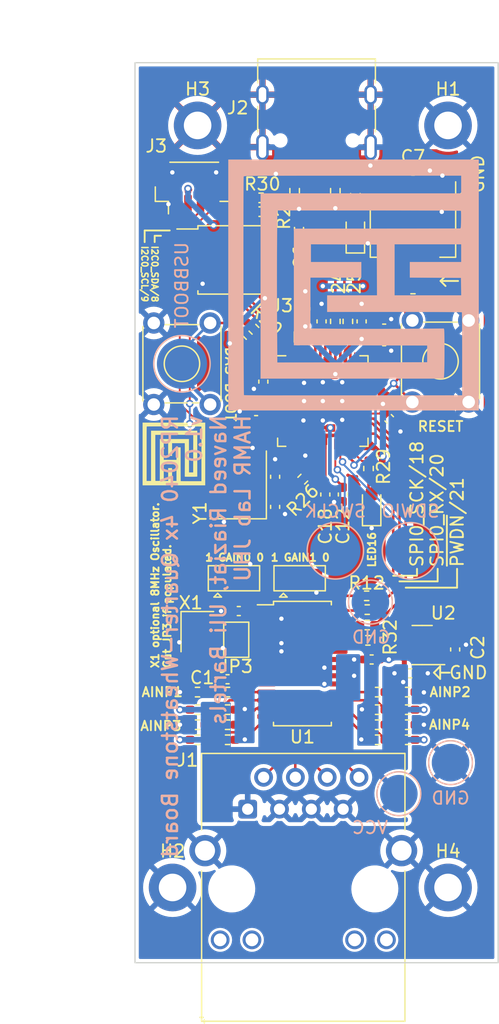
<source format=kicad_pcb>
(kicad_pcb (version 20211014) (generator pcbnew)
  (title_block (title "4x Quarter-Wheatstone Bridge Interface") (date "2022-07-21") (rev "1") (company "The Johns Hopkins University") (comment 1 "Design: Naveed Riaziat, Uli Bartels") (comment 2 "Layout: Uli Bartels"))
  (layers (0 "F.Cu" signal) (31 "B.Cu" power) (34 "B.Paste" user) (35 "F.Paste" user) (36 "B.SilkS" user "B.Silkscreen") (37 "F.SilkS" user "F.Silkscreen") (38 "B.Mask" user) (39 "F.Mask" user) (44 "Edge.Cuts" user))
  (net 0 "")
  (net 1 "GND")
  (net 2 "/CAPN")
  (net 3 "/CAPP")
  (net 4 "+3V3")
  (net 5 "Net-(C9-Pad1)")
  (net 7 "Net-(D1-Pad2)")
  (net 8 "Net-(D2-Pad2)")
  (net 9 "/QSPI_SD1")
  (net 10 "/QSPI_SD2")
  (net 11 "/QSPI_SD0")
  (net 12 "/QSPI_SCLK")
  (net 13 "/QSPI_SD3")
  (net 14 "/SPEED")
  (net 15 "+1V1")
  (net 16 "/AINP2")
  (net 17 "/AINN2")
  (net 18 "/AINP4")
  (net 19 "/AINN4")
  (net 20 "/AINN3")
  (net 21 "/AINP3")
  (net 22 "/AINN1")
  (net 23 "/AINP1")
  (net 24 "/A0")
  (net 25 "/A1")
  (net 26 "VBUS")
  (net 28 "VCC")
  (net 32 "/CC1")
  (net 33 "/SBU1")
  (net 38 "/XIN")
  (net 39 "/XOUT")
  (net 44 "/CC2")
  (net 45 "/SBU2")
  (net 46 "/GAIN1")
  (net 47 "/GAIN0")
  (net 49 "/~{PWDN}")
  (net 50 "/~{RESET}")
  (net 51 "Net-(R3-Pad2)")
  (net 54 "/USP_DP")
  (net 55 "/USP_DN")
  (net 56 "Net-(R7-Pad2)")
  (net 57 "/I2C_SDA")
  (net 58 "/USB_D+")
  (net 59 "/USB_D-")
  (net 60 "Net-(R11-Pad1)")
  (net 61 "Net-(R12-Pad1)")
  (net 62 "Net-(R13-Pad1)")
  (net 69 "/USBBOOT")
  (net 70 "/SWCLK")
  (net 71 "/SWDIO")
  (net 72 "/TX")
  (net 73 "/RX")
  (net 74 "/SDA")
  (net 75 "/SCL")
  (net 76 "/QSPI_CS")
  (net 77 "/SPI0_RX")
  (net 78 "/SPI0_SCK")
  (net 80 "/I2C_SCL")
  (net 81 "Net-(R14-Pad2)")
  (net 82 "Net-(R18-Pad2)")
  (net 83 "Net-(R29-Pad1)")
  (net 85 "Net-(JP3-Pad1)")
  (footprint "Connector_USB:USB_C_Receptacle_HRO_TYPE-C-31-M-12" (layer "F.Cu") (at 58.12875 32.225 180)
    (fp_text reference "J2")
    (fp_text value "USB_C_Receptacle_USB2.0")
  )
  (footprint "Capacitor_SMD:C_0402_1005Metric_Pad0.74x0.62mm_HandSolder" (layer "F.Cu") (at 51.9176 72.3392 180)
    (fp_text reference "C4" hide)
    (fp_text value "100N")
  )
  (footprint "LED_SMD:LED_0603_1608Metric_Pad1.05x0.95mm_HandSolder" (layer "F.Cu") (at 61.22875 42.135 90)
    (fp_text reference "D1" hide)
    (fp_text value "LED")
  )
  (footprint "Package_TO_SOT_SMD:SOT-223-3_TabPin2" (layer "F.Cu") (at 65.82875 42.225 -90)
    (fp_text reference "U4")
    (fp_text value "NCP1117-3.3_SOT223")
  )
  (footprint "NorthernLights_Footprints:RJ45_Hanrun_HR911105A" (layer "F.Cu") (at 52.62875 88.13)
    (fp_text reference "J1")
    (fp_text value "MTJ-88TX1-FSD-LH")
  )
  (footprint "Capacitor_SMD:C_0402_1005Metric_Pad0.74x0.62mm_HandSolder" (layer "F.Cu") (at 63.52875 50.825)
    (fp_text reference "C16" hide)
    (fp_text value "100N")
  )
  (footprint "Capacitor_SMD:C_0402_1005Metric_Pad0.74x0.62mm_HandSolder" (layer "F.Cu") (at 58.52875 49.2475 90)
    (fp_text reference "C19" hide)
    (fp_text value "100N")
  )
  (footprint "Capacitor_SMD:C_0402_1005Metric_Pad0.74x0.62mm_HandSolder" (layer "F.Cu") (at 65.82875 37.225)
    (fp_text reference "C7")
    (fp_text value "10uF")
  )
  (footprint "Resistor_SMD:R_0402_1005Metric_Pad0.72x0.64mm_HandSolder" (layer "F.Cu") (at 59.62875 38.825 90)
    (fp_text reference "R22" hide)
    (fp_text value "5.1k")
  )
  (footprint "Resistor_SMD:R_0402_1005Metric_Pad0.72x0.64mm_HandSolder" (layer "F.Cu") (at 65.4 80.2 180)
    (fp_text reference "R5" hide)
    (fp_text value "330R")
  )
  (footprint "MountingHole:MountingHole_2.2mm_M2_DIN965_Pad" (layer "F.Cu") (at 68.62875 94.375)
    (fp_text reference "H4")
    (fp_text value "MountingHole_Pad")
  )
  (footprint "Resistor_SMD:R_0402_1005Metric_Pad0.72x0.64mm_HandSolder" (layer "F.Cu") (at 48.61975 78.8 180)
    (fp_text reference "R4" hide)
    (fp_text value "330R")
  )
  (footprint "Oscillator:Oscillator_SMD_SeikoEpson_SG210-4Pin_2.5x2.0mm" (layer "F.Cu") (at 48.6052 73.9784 -90)
    (fp_text reference "X1")
    (fp_text value "ECS-2520MV-080-BN-TR")
  )
  (footprint "Resistor_SMD:R_0402_1005Metric_Pad0.72x0.64mm_HandSolder" (layer "F.Cu") (at 62.17625 73.45)
    (fp_text reference "R13" hide)
    (fp_text value "47R0")
  )
  (footprint "Capacitor_SMD:C_0402_1005Metric_Pad0.74x0.62mm_HandSolder" (layer "F.Cu") (at 63.52875 49.825)
    (fp_text reference "C10" hide)
    (fp_text value "10uF")
  )
  (footprint "Resistor_SMD:R_0402_1005Metric_Pad0.72x0.64mm_HandSolder" (layer "F.Cu") (at 63 81.4)
    (fp_text reference "R18" hide)
    (fp_text value "20R0")
  )
  (footprint "Resistor_SMD:R_0402_1005Metric_Pad0.72x0.64mm_HandSolder" (layer "F.Cu") (at 60.62875 49.2475 -90)
    (fp_text reference "R25")
    (fp_text value "27R4")
  )
  (footprint "Button_Switch_THT:SW_TH_Tactile_Omron_B3F-10xx" (layer "F.Cu") (at 65.77875 55.675 90)
    (fp_text reference "SW2" hide)
    (fp_text value "SW_MEC_5E")
  )
  (footprint "Capacitor_SMD:C_0402_1005Metric_Pad0.74x0.62mm_HandSolder" (layer "F.Cu") (at 62.52875 76.2)
    (fp_text reference "C3" hide)
    (fp_text value "100N")
  )
  (footprint "Resistor_SMD:R_0402_1005Metric_Pad0.72x0.64mm_HandSolder" (layer "F.Cu") (at 53.6975 39.4 180)
    (fp_text reference "R30")
    (fp_text value "10K0")
  )
  (footprint "Connector_JST:JST_SH_BM04B-SRSS-TB_1x04-1MP_P1.00mm_Vertical" (layer "F.Cu") (at 48.36 38.57)
    (fp_text reference "J3")
    (fp_text value "Conn_01x04_MountingPin")
  )
  (footprint "Package_DFN_QFN:QFN-56-1EP_7x7mm_P0.4mm_EP3.2x3.2mm" (layer "F.Cu") (at 58.62875 55.5975)
    (fp_text reference "U5")
    (fp_text value "RP2040")
  )
  (footprint "Capacitor_SMD:C_0402_1005Metric_Pad0.74x0.62mm_HandSolder" (layer "F.Cu") (at 60.22875 63.0475 -90)
    (fp_text reference "C12")
    (fp_text value "100N")
  )
  (footprint "Capacitor_SMD:C_0402_1005Metric_Pad0.74x0.62mm_HandSolder" (layer "F.Cu") (at 54.82 61.635 -90)
    (fp_text reference "C8" hide)
    (fp_text value "27P0")
  )
  (footprint "MountingHole:MountingHole_2.2mm_M2_DIN965_Pad" (layer "F.Cu") (at 68.62875 33.625)
    (fp_text reference "H1")
    (fp_text value "MountingHole_Pad")
  )
  (footprint "Button_Switch_THT:SW_TH_Tactile_Omron_B3F-10xx" (layer "F.Cu") (at 49.62875 49.375 -90)
    (fp_text reference "SW1" hide)
    (fp_text value "SW_MEC_5E")
  )
  (footprint "Resistor_SMD:R_0402_1005Metric_Pad0.72x0.64mm_HandSolder" (layer "F.Cu") (at 63 78.8)
    (fp_text reference "R7" hide)
    (fp_text value "20R0")
  )
  (footprint "Resistor_SMD:R_0402_1005Metric_Pad0.72x0.64mm_HandSolder" (layer "F.Cu") (at 63 80.2)
    (fp_text reference "R6" hide)
    (fp_text value "330R")
  )
  (footprint "Resistor_SMD:R_0402_1005Metric_Pad0.72x0.64mm_HandSolder" (layer "F.Cu") (at 65.4 82.6 180)
    (fp_text reference "R16" hide)
    (fp_text value "330R")
  )
  (footprint "Resistor_SMD:R_0402_1005Metric_Pad0.72x0.64mm_HandSolder" (layer "F.Cu") (at 51.01975 81.4 180)
    (fp_text reference "R14" hide)
    (fp_text value "20R0")
  )
  (footprint "Capacitor_SMD:C_0402_1005Metric_Pad0.74x0.62mm_HandSolder" (layer "F.Cu") (at 69.19875 75.402 90)
    (fp_text reference "C2")
    (fp_text value "10U0")
  )
  (footprint "Capacitor_SMD:C_0402_1005Metric_Pad0.74x0.62mm_HandSolder" (layer "F.Cu") (at 53.3 56.4 180)
    (fp_text reference "C15" hide)
    (fp_text value "1u")
  )
  (footprint "Capacitor_SMD:C_0402_1005Metric_Pad0.74x0.62mm_HandSolder" (layer "F.Cu") (at 57.22875 48.2475 90)
    (fp_text reference "C13" hide)
    (fp_text value "1U00")
  )
  (footprint "Resistor_SMD:R_0402_1005Metric_Pad0.72x0.64mm_HandSolder" (layer "F.Cu") (at 56.37875 38.825 -90)
    (fp_text reference "R23" hide)
    (fp_text value "5.1k")
  )
  (footprint "LOGO" (layer "F.Cu") (at 46.736 59.817)
    (fp_text reference "G***" hide)
    (fp_text value "LOGO" hide)
  )
  (footprint "Resistor_SMD:R_0402_1005Metric_Pad0.72x0.64mm_HandSolder" (layer "F.Cu") (at 52.12875 50.825 135)
    (fp_text reference "R21" hide)
    (fp_text value "DNP")
  )
  (footprint "Resistor_SMD:R_0402_1005Metric_Pad0.72x0.64mm_HandSolder" (layer "F.Cu") (at 65.82875 47.425 180)
    (fp_text reference "R27" hide)
    (fp_text value "10K0")
  )
  (footprint "Package_SO:SOIC-8_5.23x5.23mm_P1.27mm" (layer "F.Cu") (at 51.37875 44.3475)
    (fp_text reference "U3")
    (fp_text value "W25Q128JVS")
  )
  (footprint "Jumper:SolderJumper-2_P1.3mm_Bridged_Pad1.0x1.5mm" (layer "F.Cu") (at 51.7144 74.6252 -90)
    (fp_text reference "JP3")
    (fp_text value "SolderJumper_2_Bridged")
  )
  (footprint "Jumper:SolderJumper-3_P1.3mm_Bridged12_Pad1.0x1.5mm" (layer "F.Cu") (at 56.77875 69.725)
    (fp_text reference "JP1" hide)
    (fp_text value "SolderJumper_3_Bridged12")
  )
  (footprint "MountingHole:MountingHole_2.2mm_M2_DIN965_Pad" (layer "F.Cu") (at 48.62875 33.625)
    (fp_text reference "H3")
    (fp_text value "MountingHole_Pad")
  )
  (footprint "Resistor_SMD:R_0402_1005Metric_Pad0.72x0.64mm_HandSolder" (layer "F.Cu") (at 48.61975 82.6)
    (fp_text reference "R9" hide)
    (fp_text value "330R")
  )
  (footprint "Resistor_SMD:R_0402_1005Metric_Pad0.72x0.64mm_HandSolder" (layer "F.Cu") (at 62.12875 71.125)
    (fp_text reference "R12")
    (fp_text value "47R0")
  )
  (footprint "Capacitor_SMD:C_0402_1005Metric_Pad0.74x0.62mm_HandSolder" (layer "F.Cu") (at 51.01975 77.775)
    (fp_text reference "C1")
    (fp_text value "100N")
  )
  (footprint "Resistor_SMD:R_0402_1005Metric_Pad0.72x0.64mm_HandSolder" (layer "F.Cu") (at 62.27875 60.975 -90)
    (fp_text reference "R29")
    (fp_text value "330R")
  )
  (footprint "Resistor_SMD:R_0402_1005Metric_Pad0.72x0.64mm_HandSolder" (layer "F.Cu") (at 59.62875 49.2475 -90)
    (fp_text reference "R24")
    (fp_text value "27R4")
  )
  (footprint "Package_SO:TSSOP-28_4.4x9.7mm_P0.65mm" (layer "F.Cu") (at 57 76.525)
    (fp_text reference "U1")
    (fp_text value "ADS1234IPW")
  )
  (footprint "Resistor_SMD:R_0402_1005Metric_Pad0.72x0.64mm_HandSolder" (layer "F.Cu") (at 65.4 81.4)
    (fp_text reference "R19" hide)
    (fp_text value "330R")
  )
  (footprint "Capacitor_SMD:C_0402_1005Metric_Pad0.74x0.62mm_HandSolder" (layer "F.Cu") (at 63.92875 57.015 -45)
    (fp_text reference "C17" hide)
    (fp_text value "100N")
  )
  (footprint "Capacitor_SMD:C_0402_1005Metric_Pad0.74x0.62mm_HandSolder" (layer "F.Cu") (at 65.6125 77.3)
    (fp_text reference "C5" hide)
    (fp_text value "10U0")
  )
  (footprint "Resistor_SMD:R_0402_1005Metric_Pad0.72x0.64mm_HandSolder" (layer "F.Cu") (at 51.01975 80.2 180)
    (fp_text reference "R2" hide)
    (fp_text value "330R")
  )
  (footprint "Jumper:SolderJumper-3_P1.3mm_Bridged12_Pad1.0x1.5mm" (layer "F.Cu") (at 51.532 69.725)
    (fp_text reference "JP2" hide)
    (fp_text value "SolderJumper_3_Bridged12")
  )
  (footprint "LED_SMD:LED_0603_1608Metric_Pad1.05x0.95mm_HandSolder" (layer "F.Cu") (at 62.52875 63.875 90)
    (fp_text reference "D2" hide)
    (fp_text value "LED")
  )
  (footprint "Resistor_SMD:R_0402_1005Metric_Pad0.72x0.64mm_HandSolder" (layer "F.Cu") (at 61.22875 39.225 -90)
    (fp_text reference "R31" hide)
    (fp_text value "330R")
  )
  (footprint "Capacitor_SMD:C_0402_1005Metric_Pad0.74x0.62mm_HandSolder" (layer "F.Cu") (at 53.87875 54.05 -90)
    (fp_text reference "C14" hide)
    (fp_text value "100N")
  )
  (footprint "Resistor_SMD:R_0402_1005Metric_Pad0.72x0.64mm_HandSolder" (layer "F.Cu") (at 51.01975 78.8 180)
    (fp_text reference "R3" hide)
    (fp_text value "20R0")
  )
  (footprint "Resistor_SMD:R_0402_1005Metric_Pad0.72x0.64mm_HandSolder" (layer "F.Cu") (at 53.12875 49.875 -45)
    (fp_text reference "R20")
    (fp_text value "1K00")
  )
  (footprint "Resistor_SMD:R_0402_1005Metric_Pad0.72x0.64mm_HandSolder" (layer "F.Cu") (at 62.23 74.676 180)
    (fp_text reference "R32")
    (fp_text value "10K0")
  )
  (footprint "Resistor_SMD:R_0402_1005Metric_Pad0.72x0.64mm_HandSolder" (layer "F.Cu") (at 63 82.6)
    (fp_text reference "R17" hide)
    (fp_text value "330R")
  )
  (footprint "Capacitor_SMD:C_0402_1005Metric_Pad0.74x0.62mm_HandSolder" (layer "F.Cu") (at 56.72875 41.88 90)
    (fp_text reference "C6")
    (fp_text value "100N")
  )
  (footprint "Package_TO_SOT_SMD:SOT-23-5" (layer "F.Cu") (at 66.5625 75.05 180)
    (fp_text reference "U2")
    (fp_text value "TLV70245_SOT23-5")
  )
  (footprint "Crystal:Crystal_SMD_3225-4Pin_3.2x2.5mm_HandSoldering" (layer "F.Cu") (at 51.87 62.285 90)
    (fp_text reference "Y1")
    (fp_text value "Crystal_GND24")
  )
  (footprint "Resistor_SMD:R_0402_1005Metric_Pad0.72x0.64mm_HandSolder" (layer "F.Cu") (at 65.4 78.8)
    (fp_text reference "R8" hide)
    (fp_text value "330R")
  )
  (footprint "MountingHole:MountingHole_2.2mm_M2_DIN965_Pad" (layer "F.Cu") (at 46.62875 94.375)
    (fp_text reference "H2")
    (fp_text value "MountingHole_Pad")
  )
  (footprint "Resistor_SMD:R_0402_1005Metric_Pad0.72x0.64mm_HandSolder" (layer "F.Cu") (at 48.61975 80.2)
    (fp_text reference "R1" hide)
    (fp_text value "330R")
  )
  (footprint "Capacitor_SMD:C_0402_1005Metric_Pad0.74x0.62mm_HandSolder" (layer "F.Cu") (at 54.82 64.035 -90)
    (fp_text reference "C9" hide)
    (fp_text value "27P0")
  )
  (footprint "Resistor_SMD:R_0402_1005Metric_Pad0.72x0.64mm_HandSolder" (layer "F.Cu") (at 53.7 40.5 180)
    (fp_text reference "R28")
    (fp_text value "10K0")
  )
  (footprint "Resistor_SMD:R_0402_1005Metric_Pad0.72x0.64mm_HandSolder" (layer "F.Cu") (at 51.01975 82.6 180)
    (fp_text reference "R10" hide)
    (fp_text value "330R")
  )
  (footprint "Resistor_SMD:R_0402_1005Metric_Pad0.72x0.64mm_HandSolder" (layer "F.Cu") (at 57.02875 61.825 45)
    (fp_text reference "R26")
    (fp_text value "1K00")
  )
  (footprint "Capacitor_SMD:C_0402_1005Metric_Pad0.74x0.62mm_HandSolder" (layer "F.Cu") (at 61.72875 49.2475 90)
    (fp_text reference "C11" hide)
    (fp_text value "100N")
  )
  (footprint "Capacitor_SMD:C_0402_1005Metric_Pad0.74x0.62mm_HandSolder" (layer "F.Cu") (at 58.82875 63.0475 -90)
    (fp_text reference "C18")
    (fp_text value "100N")
  )
  (footprint "Resistor_SMD:R_0402_1005Metric_Pad0.72x0.64mm_HandSolder" (layer "F.Cu") (at 48.61975 81.4 180)
    (fp_text reference "R15" hide)
    (fp_text value "330R")
  )
  (footprint "Resistor_SMD:R_0402_1005Metric_Pad0.72x0.64mm_HandSolder" (layer "F.Cu") (at 62.17625 72.225)
    (fp_text reference "R11" hide)
    (fp_text value "47R0")
  )
  (footprint "TestPoint:TestPoint_Pad_D4.0mm" (layer "B.Cu") (at 59.62875 67.535 180)
    (fp_text reference "TP5" hide)
    (fp_text value "TestPoint")
  )
  (footprint "TestPoint:TestPoint_Pad_D3.0mm" (layer "B.Cu") (at 62.42875 71.625 180)
    (fp_text reference "TP4" hide)
    (fp_text value "TestPoint")
  )
  (footprint "TestPoint:TestPoint_Pad_D3.0mm" (layer "B.Cu") (at 64.7 86.9 180)
    (fp_text reference "TP1" hide)
    (fp_text value "TestPoint")
  )
  (footprint "TestPoint:TestPoint_Pad_D4.0mm" (layer "B.Cu") (at 65.62875 67.535 180)
    (fp_text reference "TP6" hide)
    (fp_text value "TestPoint")
  )
  (footprint "LOGO" (layer "B.Cu") (at 61.081 46.347 -90)
    (fp_text reference "G***" hide)
    (fp_text value "LOGO" hide)
  )
  (footprint "TestPoint:TestPoint_Pad_D4.0mm" (layer "B.Cu") (at 47.37875 52.625 180)
    (fp_text reference "TP3" hide)
    (fp_text value "TestPoint")
  )
  (footprint "TestPoint:TestPoint_Pad_D3.0mm" (layer "B.Cu") (at 68.82875 84.425 180)
    (fp_text reference "TP2" hide)
    (fp_text value "TestPoint")
  )
  (gr_line (start 70 39.25) (end 70.75 39.25) (layer "F.SilkS") (width 0.15))
  (gr_line (start 69.42875 46.025) (end 68.02875 46.025) (layer "F.SilkS") (width 0.15))
  (gr_line (start 67.8 69.973) (end 64.75 69.973) (layer "F.SilkS") (width 0.15))
  (gr_line (start 69.35 70.473) (end 65.25 70.473) (layer "F.SilkS") (width 0.15))
  (gr_line (start 67.8 68.973) (end 67.8 69.973) (layer "F.SilkS") (width 0.15))
  (gr_line (start 70 38.75) (end 70 39.75) (layer "F.SilkS") (width 0.15))
  (gr_line (start 69.5 39.25) (end 70 38.75) (layer "F.SilkS") (width 0.15))
  (gr_line (start 68.42875 45.625) (end 68.02875 46.025) (layer "F.SilkS") (width 0.15))
  (gr_line (start 44.4 42.926) (end 44.4 42) (layer "F.SilkS") (width 0.15))
  (gr_line (start 70 39.75) (end 69.5 39.25) (layer "F.SilkS") (width 0.15))
  (gr_line (start 68.42875 46.425) (end 68.02875 46.025) (layer "F.SilkS") (width 0.15))
  (gr_line (start 66.15 69.523) (end 64.25 69.523) (layer "F.SilkS") (width 0.15))
  (gr_line (start 45.2 42.922) (end 45.2 42.422) (layer "F.SilkS") (width 0.15))
  (gr_line (start 45.2 42.422) (end 45.7 42.422) (layer "F.SilkS") (width 0.15))
  (gr_line (start 68 77.75) (end 67.5 77.25) (layer "F.SilkS") (width 0.15))
  (gr_line (start 67.5 77.25) (end 68 76.75) (layer "F.SilkS") (width 0.15))
  (gr_line (start 69.35 68.973) (end 69.35 70.473) (layer "F.SilkS") (width 0.15))
  (gr_line (start 68 76.75) (end 68 77.75) (layer "F.SilkS") (width 0.15))
  (gr_line (start 44.4 42) (end 46.4 42) (layer "F.SilkS") (width 0.15))
  (gr_line (start 66.15 68.973) (end 66.15 69.523) (layer "F.SilkS") (width 0.15))
  (gr_line (start 68 77.25) (end 68.75 77.25) (layer "F.SilkS") (width 0.15))
  (gr_rect (start 43.62875 28.625) (end 72.62875 100.375) (layer "Edge.Cuts") (width 0.1) (fill none))
  (gr_text "USBBOOT" (at 47.371 46.355 90) (layer "B.SilkS") (effects (font (size 1 1)) (justify mirror)))
  (gr_text "GND" (at 62.484 74.422) (layer "B.SilkS") (effects (font (size 1 1)) (justify mirror)))
  (gr_text "SDWIO" (at 65.62875 64.375) (layer "B.SilkS") (effects (font (size 1 1)) (justify mirror)))
  (gr_text "RP2040 4x Quarter-Wheatstone Board\nv1.0\nNaveed Riaziat, Uli Bartels\nHAMR Lab JHU" (at 49.331 56.597 90) (layer "B.SilkS") (effects (font (size 1.2 1.2) (thickness 0.2)) (justify left mirror)))
  (gr_text "SWCLK" (at 59.62875 64.375) (layer "B.SilkS") (effects (font (size 1 1)) (justify mirror)))
  (gr_text "GND" (at 68.834 87.249) (layer "B.SilkS") (effects (font (size 1 1)) (justify mirror)))
  (gr_text "VCC" (at 62.4 89.6) (layer "B.SilkS") (effects (font (size 1 1)) (justify mirror)))
  (gr_text "1 GAIN1 0" (at 56.82875 68.072) (layer "F.SilkS") (effects (font (size 0.6 0.6))))
  (gr_text "SPI0_SCK/18\nSPI0_RX/20\n~{PWDN}/21\n" (at 67.75 68.923 90) (layer "F.SilkS") (effects (font (size 1 1)) (justify left)))
  (gr_text "DAS BOOT" (at 51.25 54.25 270) (layer "F.SilkS") (effects (font (size 0.8 0.8))))
  (gr_text "GND" (at 71 37.5 90) (layer "F.SilkS") (effects (font (size 1 1))))
  (gr_text "P3V3" (at 70.42875 46.225 90) (layer "F.SilkS") (effects (font (size 1 1))))
  (gr_text "AINP2" (at 68.8 78.8) (layer "F.SilkS") (effects (font (size 0.75 0.75))))
  (gr_text "AINP3" (at 45.7 81.5) (layer "F.SilkS") (effects (font (size 0.75 0.75))))
  (gr_text "GND" (at 70.25 77.25) (layer "F.SilkS") (effects (font (size 1 1))))
  (gr_text "X1 optional 8MHz Oscillator.\nCut JP3 if populated." (at 45.72 76.962 90) (layer "F.SilkS") (effects (font (size 0.6 0.6)) (justify left)))
  (gr_text "AINP4" (at 68.75 81.4) (layer "F.SilkS") (effects (font (size 0.75 0.75))))
  (gr_text "AINP1" (at 45.8 78.8) (layer "F.SilkS") (effects (font (size 0.75 0.75))))
  (gr_text "LED16\n\n" (at 63.031 67.447 90) (layer "F.SilkS") (effects (font (size 0.6 0.6))))
  (gr_text "1 GAIN0 0" (at 51.582 68.072) (layer "F.SilkS") (effects (font (size 0.6 0.6))))
  (gr_text "I2C0_SDA/8\nI2C0_SCL/9\n" (at 44.8 45.466 270) (layer "F.SilkS") (effects (font (size 0.5 0.5) (thickness 0.125))))
  (gr_text "RESET" (at 68.02875 57.625) (layer "F.SilkS") (effects (font (size 0.8 0.8))))
  (segment (start 62.22875 43.025) (end 61.24375 43.025) (width 0.15) (layer "F.Cu") (net 1))
  (segment (start 62.42875 36.825) (end 61.62875 36.825) (width 0.3) (layer "F.Cu") (net 1))
  (segment (start 58.1152 70.01145) (end 58.07875 69.975) (width 0.3) (layer "F.Cu") (net 1))
  (segment (start 52.00875 56.4) (end 51.99125 56.4175) (width 0.3) (layer "F.Cu") (net 1))
  (segment (start 67.17875 37.225) (end 66.39625 37.225) (width 0.15) (layer "F.Cu") (net 1))
  (segment (start 61.72875 47.8475) (end 61.72875 48.68) (width 0.2) (layer "F.Cu") (net 1))
  (segment (start 61.75 80.175) (end 62.405 80.175) (width 0.15) (layer "F.Cu") (net 1))
  (segment (start 60.12875 63.615) (end 59.56125 63.615) (width 0.2) (layer "F.Cu") (net 1))
  (segment (start 62.42875 35.375) (end 62.44875 35.355) (width 0.15) (layer "F.Cu") (net 1))
  (segment (start 63.90375 76.2) (end 63.09625 76.2) (width 0.2) (layer "F.Cu") (net 1))
  (segment (start 51.704 75.2856) (end 51.7144 75.2752) (width 0.2) (layer "F.Cu") (net 1))
  (segment (start 57.22875 59.9475) (end 57.62875 59.5475) (width 0.2) (layer "F.Cu") (net 1))
  (segment (start 48.02225 78.8) (end 47.21975 78.8) (width 0.2) (layer "F.Cu") (net 1))
  (segment (start 51.16 37.37) (end 50.11 37.37) (width 0.15) (layer "F.Cu") (net 1))
  (segment (start 55.3212 72.9488) (end 54.1387 72.9488) (width 0.2) (layer "F.Cu") (net 1))
  (segment (start 52.395569 80.150819) (end 52.371388 80.175) (width 0.15) (layer "F.Cu") (net 1))
  (segment (start 59.94125 78.15) (end 58.75375 78.15) (width 0.15) (layer "F.Cu") (net 1))
  (segment (start 50.72 63.735) (end 50.72 65.22625) (width 0.4) (layer "F.Cu") (net 1))
  (segment (start 50.72 65.22625) (end 50.72875 65.235) (width 0.4) (layer "F.Cu") (net 1))
  (segment (start 66.7 81.4) (end 65.94625 81.4) (width 0.2) (layer "F.Cu") (net 1))
  (segment (start 55.60625 64.6025) (end 55.60875 64.605) (width 0.15) (layer "F.Cu") (net 1))
  (segment (start 51.596 82.575) (end 52.3985 82.575) (width 0.2) (layer "F.Cu") (net 1))
  (segment (start 57.22875 46.8475) (end 57.22875 47.68) (width 0.2) (layer "F.Cu") (net 1))
  (segment (start 54.1387 72.9488) (end 54.1375 72.95) (width 0.2) (layer "F.Cu") (net 1))
  (segment (start 52.371388 80.175) (end 51.396 80.175) (width 0.2) (layer "F.Cu") (net 1))
  (segment (start 46.3 39.9) (end 46.305 39.895) (width 0.15) (layer "F.Cu") (net 1))
  (segment (start 59.62875 39.4225) (end 59.62875 40.225) (width 0.15) (layer "F.Cu") (net 1))
  (segment (start 53.12375 54.625) (end 53.87125 54.625) (width 0.2) (layer "F.Cu") (net 1))
  (segment (start 66.7 78.825) (end 65.95 78.825) (width 0.15) (layer "F.Cu") (net 1))
  (segment (start 64.09625 50.825) (end 64.09625 51.5775) (width 0.2) (layer "F.Cu") (net 1))
  (segment (start 64.230033 57.426283) (end 64.82875 58.025) (width 0.2) (layer "F.Cu") (net 1))
  (segment (start 58.86125 63.6475) (end 58.82875 63.615) (width 0.2) (layer "F.Cu") (net 1))
  (segment (start 53.02 59.335) (end 53.02 60.835) (width 0.4) (layer "F.Cu") (net 1))
  (segment (start 54.87875 36.27) (end 54.87875 37.485) (width 0.45) (layer "F.Cu") (net 1))
  (segment (start 61.7 82.575) (end 62.405 82.575) (width 0.2) (layer "F.Cu") (net 1))
  (segment (start 62.42875 36.825) (end 62.42875 35.375) (width 0.3) (layer "F.Cu") (net 1))
  (segment (start 59.94125 76.85) (end 58.75375 76.85) (width 0.15) (layer "F.Cu") (net 1))
  (segment (start 49.02375 46.2525) (end 49.02875 46.2475) (width 0.2) (layer "F.Cu") (net 1))
  (segment (start 50.5016 72.3392) (end 51.3016 72.3392) (width 0.2) (layer "F.Cu") (net 1))
  (segment (start 58.1152 70.866) (end 58.1152 70.01145) (width 0.3) (layer "F.Cu") (net 1))
  (segment (start 67.7325 75.0175) (end 67.7 75.05) (width 0.15) (layer "F.Cu") (net 1))
  (segment (start 53.87125 54.625) (end 53.87875 54.6175) (width 0.2) (layer "F.Cu") (net 1))
  (segment (start 47.21975 81.4) (end 47.24475 81.375) (width 0.15) (layer "F.Cu") (net 1))
  (segment (start 45.56 37.37) (end 46.61 37.37) (width 0.15) (layer "F.Cu") (net 1))
  (segment (start 61.24375 43.025) (end 61.22875 43.01) (width 0.15) (layer "F.Cu") (net 1))
  (segment (start 54.82 61.0675) (end 53.2525 61.0675) (width 0.2) (layer "F.Cu") (net 1))
  (segment (start 52.79125 56.4) (end 52.00875 56.4) (width 0.3) (layer "F.Cu") (net 1))
  (segment (start 56.37875 39.4225) (end 56.37875 39.93) (width 0.15) (layer "F.Cu") (net 1))
  (segment (start 47.77875 46.2525) (end 49.02375 46.2525) (width 0.2) (layer "F.Cu") (net 1))
  (segment (start 70.0625 75.021) (end 70.059 75.0175) (width 0.5) (layer "F.Cu") (net 1))
  (segment (start 68.17875 39.025) (end 68.12875 39.075) (width 0.2) (layer "F.Cu") (net 1))
  (segment (start 52.832 68.5965) (end 52.832 69.725) (width 0.4) (layer "F.Cu") (net 1))
  (segment (start 50.6476 75.2856) (end 51.704 75.2856) (width 0.2) (layer "F.Cu") (net 1))
  (segment (start 57.62875 59.5475) (end 57.62875 59.035) (width 0.2) (layer "F.Cu") (net 1))
  (segment (start 59.52875 63.6475) (end 58.86125 63.6475) (width 0.2) (layer "F.Cu") (net 1))
  (segment (start 59.56125 63.615) (end 59.52875 63.6475) (width 0.2) (layer "F.Cu") (net 1))
  (segment (start 68.17875 37.625) (end 68.17875 39.025) (width 0.5) (layer "F.Cu") (net 1))
  (segment (start 68.12875 39.075) (end 68.12875 40.515) (width 0.5) (layer "F.Cu") (net 1))
  (segment (start 46.305 39.895) (end 46.86 39.895) (width 0.15) (layer "F.Cu") (net 1))
  (segment (start 47.9552 74.8284) (end 47.1678 74.8284) (width 0.2) (layer "F.Cu") (net 1))
  (segment (start 58.52875 47.8475) (end 58.52875 48.68) (width 0.2) (layer "F.Cu") (net 1))
  (segment (start 64.09625 49.0725) (end 64.08875 49.065) (width 0.2) (layer "F.Cu") (net 1))
  (segment (start 54.82 64.6025) (end 55.60625 64.6025) (width 0.15) (layer "F.Cu") (net 1))
  (segment (start 47.24475 81.375) (end 47.82225 81.375) (width 0.2) (layer "F.Cu") (net 1))
  (segment (start 54.21625 74.9) (end 55.3212 74.9) (width 0.15) (layer "F.Cu") (net 1))
  (segment (start 66.18 77.3) (end 67.0125 77.3) (width 0.4) (layer "F.Cu") (net 1))
  (segment (start 54.82 60.235) (end 54.82 61.185) (width 0.2) (layer "F.Cu") (net 1))
  (segment (start 64.09625 49.825) (end 64.09625 49.0725) (width 0.2) (layer "F.Cu") (net 1))
  (segment (start 56.72875 41.3125) (end 56.72875 40.28) (width 0.15) (layer "F.Cu") (net 1))
  (segment (start 62.52875 65.725) (end 62.52875 65.125) (width 0.15) (layer "F.Cu") (net 1))
  (segment (start 55.3212 75.55) (end 54.21625 75.55) (width 0.15) (layer "F.Cu") (net 1))
  (segment (start 56.37875 39.93) (end 56.72875 40.28) (width 0.15) (layer "F.Cu") (net 1))
  (segment (start 64.09625 51.5775) (end 64.08875 51.585) (width 0.2) (layer "F.Cu") (net 1))
  (segment (start 70.059 75.0175) (end 67.7325 75.0175) (width 0.5) (layer "F.Cu") (net 1))
  (via (at 50.11 37.37) (size 0.6) (drill 0.35) (layers "F.Cu" "B.Cu") (net 1))
  (via (at 61.7 82.575) (size 0.6) (drill 0.35) (layers "F.Cu" "B.Cu") (net 1))
  (via (at 60.17875 54.0975) (size 0.6) (drill 0.35) (layers "F.Cu" "B.Cu") (net 1))
  (via (at 51.99125 56.4175) (size 0.6) (drill 0.35) (layers "F.Cu" "B.Cu") (net 1))
  (via (at 58.75375 76.85) (size 0.6) (drill 0.35) (layers "F.Cu" "B.Cu") (net 1))
  (via (at 52.3985 82.575) (size 0.6) (drill 0.35) (layers "F.Cu" "B.Cu") (net 1))
  (via (at 57.12875 55.5975) (size 0.6) (drill 0.35) (layers "F.Cu" "B.Cu") (net 1))
  (via (at 54.82 60.235) (size 0.6) (drill 0.35) (layers "F.Cu" "B.Cu") (net 1))
  (via (at 68.17875 37.625) (size 0.6) (drill 0.35) (layers "F.Cu" "B.Cu") (net 1))
  (via (at 57.22875 59.9475) (size 0.6) (drill 0.35) (layers "F.Cu" "B.Cu") (net 1))
  (via (at 62.22875 43.025) (size 0.6) (drill 0.35) (layers "F.Cu" "B.Cu") (net 1))
  (via (at 70.0625 75.021) (size 0.6) (drill 0.35) (layers "F.Cu" "B.Cu") (net 1))
  (via (at 59.52875 63.6475) (size 0.6) (drill 0.35) (layers "F.Cu" "B.Cu") (net 1))
  (via (at 58.62875 55.5975) (size 0.6) (drill 0.35) (layers "F.Cu" "B.Cu") (net 1))
  (via (at 64.08875 49.065) (size 0.6) (drill 0.35) (layers "F.Cu" "B.Cu") (net 1))
  (via (at 60.17875 55.5975) (size 0.6) (drill 0.35) (layers "F.Cu" "B.Cu") (net 1))
  (via (at 62.52875 65.725) (size 0.6) (drill 0.35) (layers "F.Cu" "B.Cu") (net 1))
  (via (at 52.395569 80.150819) (size 0.6) (drill 0.35) (layers "F.Cu" "B.Cu") (net 1))
  (via (at 52.832 68.5965) (size 0.6) (drill 0.35) (layers "F.Cu" "B.Cu") (net 1))
  (via (at 50.72875 65.235) (size 0.6) (drill 0.35) (layers "F.Cu" "B.Cu") (net 1))
  (via (at 57.12875 54.1475) (size 0.6) (drill 0.35) (layers "F.Cu" "B.Cu") (net 1))
  (via (at 58.75375 78.15) (size 0.6) (drill 0.35) (layers "F.Cu" "B.Cu") (net 1))
  (via (at 68.12875 40.515) (size 0.6) (drill 0.35) (layers "F.Cu" "B.Cu") (net 1))
  (via (at 67.17875 37.225) (size 0.6) (drill 0.35) (layers "F.Cu" "B.Cu") (net 1))
  (via (at 67.0125 77.3) (size 0.6) (drill 0.35) (layers "F.Cu" "B.Cu") (net 1))
  (via (at 47.1678 74.8284) (size 0.6) (drill 0.35) (layers "F.Cu" "B.Cu") (net 1))
  (via (at 62.42875 36.825) (size 0.6) (drill 0.35) (layers "F.Cu" "B.Cu") (net 1))
  (via (at 57.22875 46.8475) (size 0.6) (drill 0.35) (layers "F.Cu" "B.Cu") (net 1))
  (via (at 54.87875 37.485) (size 0.6) (drill 0.35) (layers "F.Cu" "B.Cu") (net 1))
  (via (at 55.3212 75.55) (size 0.6) (drill 0.35) (layers "F.Cu" "B.Cu") (net 1))
  (via (at 55.60875 64.605) (size 0.6) (drill 0.35) (layers "F.Cu" "B.Cu") (net 1))
  (via (at 64.08875 51.585) (size 0.6) (drill 0.35) (layers "F.Cu" "B.Cu") (net 1))
  (via (at 58.52875 47.8475) (size 0.6) (drill 0.35) (layers "F.Cu" "B.Cu") (net 1))
  (via (at 46.3 39.9) (size 0.6) (drill 0.35) (layers "F.Cu" "B.Cu") (net 1))
  (via (at 47.21975 81.4) (size 0.6) (drill 0.35) (layers "F.Cu" "B.Cu") (net 1))
  (via (at 55.3212 74.9) (size 0.6) (drill 0.35) (layers "F.Cu" "B.Cu") (net 1))
  (via (at 58.62875 54.0975) (size 0.6) (drill 0.35) (layers "F.Cu" "B.Cu") (net 1))
  (via (at 60.17875 57.0975) (size 0.6) (drill 0.35) (layers "F.Cu" "B.Cu") (net 1))
  (via (at 61.75 80.175) (size 0.6) (drill 0.35) (layers "F.Cu" "B.Cu") (net 1))
  (via (at 46.61 37.37) (size 0.6) (drill 0.35) (layers "F.Cu" "B.Cu") (net 1))
  (via (at 57.07875 57.1475) (size 0.6) (drill 0.35) (layers "F.Cu" "B.Cu") (net 1))
  (via (at 59.62875 40.225) (size 0.6) (drill 0.35) (layers "F.Cu" "B.Cu") (net 1))
  (via (at 66.7 78.825) (size 0.6) (drill 0.35) (layers "F.Cu" "B.Cu") (net 1))
  (via (at 49.02875 46.2475) (size 0.6) (drill 0.35) (layers "F.Cu" "B.Cu") (net 1))
  (via (at 63.90375 76.2) (size 0.6) (drill 0.35) (layers "F.Cu" "B.Cu") (net 1))
  (via (at 53.02 59.335) (size 0.6) (drill 0.35) (layers "F.Cu" "B.Cu") (net 1))
  (via (at 64.82875 58.025) (size 0.6) (drill 0.35) (layers "F.Cu" "B.Cu") (net 1))
  (via (at 50.5016 72.3392) (size 0.6) (drill 0.35) (layers "F.Cu" "B.Cu") (net 1))
  (via (at 55.3212 72.9488) (size 0.6) (drill 0.35) (layers "F.Cu" "B.Cu") (net 1))
  (via (at 61.72875 47.8475) (size 0.6) (drill 0.35) (layers "F.Cu" "B.Cu") (net 1))
  (via (at 58.62875 57.1475) (size 0.6) (drill 0.35) (layers "F.Cu" "B.Cu") (net 1))
  (via (at 56.72875 40.28) (size 0.6) (drill 0.35) (layers "F.Cu" "B.Cu") (net 1))
  (via (at 66.7 81.4) (size 0.6) (drill 0.35) (layers "F.Cu" "B.Cu") (net 1))
  (via (at 47.21975 78.8) (size 0.6) (drill 0.35) (layers "F.Cu" "B.Cu") (net 1))
  (via (at 50.6476 75.2856) (size 0.6) (drill 0.35) (layers "F.Cu" "B.Cu") (net 1))
  (via (at 58.1152 70.866) (size 0.6) (drill 0.35) (layers "F.Cu" "B.Cu") (net 1))
  (via (at 53.12375 54.625) (size 0.6) (drill 0.35) (layers "F.Cu" "B.Cu") (net 1))
  (segment (start 51.566 77.775) (end 51.941 78.15) (width 0.2) (layer "F.Cu") (net 2))
  (segment (start 51.941 78.15) (end 54.21625 78.15) (width 0.2) (layer "F.Cu") (net 2))
  (segment (start 54.21625 77.5) (end 52.8874 77.5) (width 0.2) (layer "F.Cu") (net 3))
  (segment (start 52.8874 77.5) (end 52.52788 77.14048) (width 0.2) (layer "F.Cu") (net 3))
  (segment (start 51.08677 77.14048) (end 50.45225 77.775) (width 0.2) (layer "F.Cu") (net 3))
  (segment (start 52.52788 77.14048) (end 51.08677 77.14048) (width 0.2) (layer "F.Cu") (net 3))
  (segment (start 47.86 38.66) (end 47.86 39.895) (width 0.15) (layer "F.Cu") (net 4))
  (segment (start 63.42875 56.515) (end 63.527467 56.613717) (width 0.5) (layer "F.Cu") (net 4))
  (segment (start 58.52875 50.3475) (end 59.02875 50.8475) (width 0.2) (layer "F.Cu") (net 4))
  (segment (start 57.96923 47.10702) (end 58.62875 46.4475) (width 0.2) (layer "F.Cu") (net 4))
  (segment (start 58.82875 59.035) (end 58.82875 62.48) (width 0.2) (layer "F.Cu") (net 4))
  (segment (start 58.52875 49.815) (end 57.96923 49.25548) (width 0.2) (layer "F.Cu") (net 4))
  (segment (start 64.87875 45.685) (end 62.57875 45.685) (width 0.45) (layer "F.Cu") (net 4))
  (segment (start 55.19125 56.5975) (end 54.17375 56.5975) (width 0.2) (layer "F.Cu") (net 4))
  (segment (start 62.06625 56.5975) (end 63.43875 56.5975) (width 0.15) (layer "F.Cu") (net 4))
  (segment (start 57.96923 49.25548) (end 57.96923 47.10702) (width 0.2) (layer "F.Cu") (net 4))
  (segment (start 56.62875 42.4475) (end 54.98375 42.4475) (width 0.4) (layer "F.Cu") (net 4))
  (segment (start 63.42875 55.825) (end 63.42875 56.515) (width 0.5) (layer "F.Cu") (net 4))
  (segment (start 58.52875 49.815) (end 58.52875 50.3475) (width 0.2) (layer "F.Cu") (net 4))
  (segment (start 65.82875 39.075) (end 65.82875 45.375) (width 0.9) (layer "F.Cu") (net 4))
  (segment (start 63.43875 56.5975) (end 63.44125 56.595) (width 0.15) (layer "F.Cu") (net 4))
  (segment (start 58.82875 51.2475) (end 59.02875 51.0475) (width 0.2) (layer "F.Cu") (net 4))
  (segment (start 58.82875 52.16) (end 58.82875 51.2475) (width 0.2) (layer "F.Cu") (net 4))
  (segment (start 54.21625 72.3) (end 52.65375 72.3) (width 0.2) (layer "F.Cu") (net 4))
  (segment (start 59.22875 51.2475) (end 59.02875 51.0475) (width 0.2) (layer "F.Cu") (net 4))
  (segment (start 56.72875 42.4475) (end 56.62875 42.4475) (width 0.2) (layer "F.Cu") (net 4))
  (segment (start 62.57875 45.685) (end 61.82875 46.435) (width 0.45) (layer "F.Cu") (net 4))
  (segment (start 59.02875 50.8475) (end 59.02875 51.0475) (width 0.2) (layer "F.Cu") (net 4))
  (segment (start 59.22875 52.16) (end 59.22875 51.2475) (width 0.2) (layer "F.Cu") (net 4))
  (segment (start 54.98375 42.4475) (end 54.97875 42.4425) (width 0.2) (layer "F.Cu") (net 4))
  (via (at 51.2 51) (size 0.6) (drill 0.35) (layers "F.Cu" "B.Cu") (net 4))
  (via (at 54 47.4) (size 0.6) (drill 0.35) (layers "F.Cu" "B.Cu") (net 4))
  (via (at 63.42875 60.025) (size 0.6) (drill 0.35) (layers "F.Cu" "B.Cu") (net 4))
  (via (at 61.82875 46.435) (size 0.6) (drill 0.35) (layers "F.Cu" "B.Cu") (net 4))
  (via (at 47.86 38.66) (size 0.6) (drill 0.35) (layers "F.Cu" "B.Cu") (net 4))
  (via (at 58.62875 46.435) (size 0.6) (drill 0.35) (layers "F.Cu" "B.Cu") (net 4))
  (via (at 49.9 41.6) (size 0.6) (drill 0.35) (layers "F.Cu" "B.Cu") (net 4))
  (via (at 63.42875 55.825) (size 0.6) (drill 0.35) (layers "F.Cu" "B.Cu") (net 4))
  (segment (start 51.2 50.2) (end 51.2 51) (width 0.45) (layer "B.Cu") (net 4))
  (segment (start 47.86 38.66) (end 47.86 39.56) (width 0.45) (layer "B.Cu") (net 4))
  (segment (start 61.82875 46.435) (end 58.62875 46.435) (width 0.45) (layer "B.Cu") (net 4))
  (segment (start 63.42875 55.825) (end 63.42875 60.025) (width 0.5) (layer "B.Cu") (net 4))
  (segment (start 47.86 39.56) (end 49.9 41.6) (width 0.45) (layer "B.Cu") (net 4))
  (segment (start 54 47.4) (end 51.2 50.2) (width 0.45) (layer "B.Cu") (net 4))
  (segment (start 54.82 63.4675) (end 53.2875 63.4675) (width 0.2) (layer "F.Cu") (net 5))
  (segment (start 56.606254 62.247496) (end 55.41875 63.435) (width 0.2) (layer "F.Cu") (net 5))
  (segment (start 55.41875 63.435) (end 54.785 63.435) (width 0.2) (layer "F.Cu") (net 5))
  (segment (start 61.22875 39.8225) (end 61.22875 41.26) (width 0.15) (layer "F.Cu") (net 7))
  (segment (start 62.27875 61.5725) (end 62.27875 62.75) (width 0.2) (layer "F.Cu") (net 8))
  (segment (start 62.27875 62.75) (end 62.52875 63) (width 0.2) (layer "F.Cu") (net 8))
  (segment (start 46.7 44.17625) (end 47.16375 43.7125) (width 0.2) (layer "F.Cu") (net 9))
  (segment (start 47.62875 47.6475) (end 46.7 46.71875) (width 0.2) (layer "F.Cu") (net 9))
  (segment (start 52.42875 47.6475) (end 47.62875 47.6475) (width 0.2) (layer "F.Cu") (net 9))
  (segment (start 46.7 46.71875) (end 46.7 44.17625) (width 0.2) (layer "F.Cu") (net 9))
  (segment (start 56.42875 51.6475) (end 52.42875 47.6475) (width 0.2) (layer "F.Cu") (net 9))
  (segment (start 56.42875 52.16) (end 56.42875 51.6475) (width 0.2) (layer "F.Cu") (net 9))
  (segment (start 47.16375 43.7125) (end 47.77875 43.7125) (width 0.2) (layer "F.Cu") (net 9))
  (segment (start 56.82875 51.5475) (end 50.26375 44.9825) (width 0.2) (layer "F.Cu") (net 10))
  (segment (start 56.82875 52.16) (end 56.82875 51.5475) (width 0.2) (layer "F.Cu") (net 10))
  (segment (start 50.26375 44.9825) (end 47.77875 44.9825) (width 0.2) (layer "F.Cu") (net 10))
  (segment (start 57.22875 52.16) (end 57.22875 51.453204) (width 0.2) (layer "F.Cu") (net 11))
  (segment (start 57.22875 51.453204) (end 54.97875 49.203204) (width 0.2) (layer "F.Cu") (net 11))
  (segment (start 54.97875 49.203204) (end 54.97875 46.2525) (width 0.2) (layer "F.Cu") (net 11))
  (segment (start 56.12875 49.858908) (end 56.12875 46.037494) (width 0.2) (layer "F.Cu") (net 12))
  (segment (start 55.073756 44.9825) (end 54.97875 44.9825) (width 0.2) (layer "F.Cu") (net 12))
  (segment (start 57.62875 51.358908) (end 56.12875 49.858908) (width 0.2) (layer "F.Cu") (net 12))
  (segment (start 57.62875 52.16) (end 57.62875 51.358908) (width 0.2) (layer "F.Cu") (net 12))
  (segment (start 56.12875 46.037494) (end 55.073756 44.9825) (width 0.2) (layer "F.Cu") (net 12))
  (segment (start 56.47827 45.117014) (end 55.073756 43.7125) (width 0.2) (layer "F.Cu") (net 13))
  (segment (start 56.47827 49.714132) (end 56.47827 45.117014) (width 0.2) (layer "F.Cu") (net 13))
  (segment (start 55.073756 43.7125) (end 54.97875 43.7125) (width 0.2) (layer "F.Cu") (net 13))
  (segment (start 58.02875 51.264612) (end 56.47827 49.714132) (width 0.2) (layer "F.Cu") (net 13))
  (segment (start 58.02875 52.16) (end 58.02875 51.264612) (width 0.2) (layer "F.Cu") (net 13))
  (segment (start 59.8625 74.25) (end 61.2065 74.25) (width 0.2) (layer "F.Cu") (net 14))
  (segment (start 61.2065 74.25) (end 61.6325 74.676) (width 0.2) (layer "F.Cu") (net 14))
  (segment (start 58.42875 51.1475) (end 58.42875 52.16) (width 0.2) (layer "F.Cu") (net 15))
  (segment (start 61.72875 49.815) (end 61.72875 50.6475) (width 0.2) (layer "F.Cu") (net 15))
  (segment (start 60.12875 62.325) (end 60.12875 62.48) (width 0.2) (layer "F.Cu") (net 15))
  (segment (start 59.62875 61.825) (end 59.22875 61.425) (width 0.2) (layer "F.Cu") (net 15))
  (segment (start 60.42875 52.16) (end 60.42875 51.535) (width 0.2) (layer "F.Cu") (net 15))
  (segment (start 57.22875 49.6475) (end 57.22875 49.9475) (width 0.2) (layer "F.Cu") (net 15))
  (segment (start 59.22875 61.425) (end 59.22875 59.035) (width 0.2) (layer "F.Cu") (net 15))
  (segment (start 59.62875 61.825) (end 60.12875 62.325) (width 0.2) (layer "F.Cu") (net 15))
  (segment (start 60.42875 51.535) (end 61.31625 50.6475) (width 0.2) (layer "F.Cu") (net 15))
  (segment (start 61.31625 50.6475) (end 61.72875 50.6475) (width 0.2) (layer "F.Cu") (net 15))
  (segment (start 57.22875 49.6475) (end 57.22875 48.6475) (width 0.2) (layer "F.Cu") (net 15))
  (segment (start 57.22875 49.9475) (end 58.42875 51.1475) (width 0.2) (layer "F.Cu") (net 15))
  (via (at 59.62875 53.4475) (size 0.6) (drill 0.35) (layers "F.Cu" "B.Cu") (net 15))
  (via (at 57.22875 49.6475) (size 0.6) (drill 0.35) (layers "F.Cu" "B.Cu") (net 15))
  (via (at 59.62875 61.825) (size 0.6) (drill 0.35) (layers "F.Cu" "B.Cu") (net 15))
  (via (at 59.22875 57.725) (size 0.6) (drill 0.35) (layers "F.Cu" "B.Cu") (net 15))
  (via (at 61.72875 50.6475) (size 0.6) (drill 0.35) (layers "F.Cu" "B.Cu") (net 15))
  (segment (start 57.22875 50.225) (end 57.22875 49.6475) (width 0.45) (layer "B.Cu") (net 15))
  (segment (start 59.194175 57.759575) (end 59.194175 61.390425) (width 0.3) (layer "B.Cu") (net 15))
  (segment (start 59.62875 52.7475) (end 59.62875 53.4475) (width 0.2) (layer "B.Cu") (net 15))
  (segment (start 59.62875 52.625) (end 57.22875 50.225) (width 0.45) (layer "B.Cu") (net 15))
  (segment (start 61.72875 50.6475) (end 59.62875 52.7475) (width 0.45) (layer "B.Cu") (net 15))
  (segment (start 59.194175 61.390425) (end 59.62875 61.825) (width 0.3) (layer "B.Cu") (net 15))
  (segment (start 59.62875 53.4475) (end 59.62875 52.625) (width 0.45) (layer "B.Cu") (net 15))
  (segment (start 59.0458 78.8) (end 62.05625 78.8) (width 0.2) (layer "F.Cu") (net 16))
  (segment (start 58.97875 85.59) (end 58.12875 84.74) (width 0.2) (layer "F.Cu") (net 16))
  (segment (start 58.12875 79.71705) (end 59.0458 78.8) (width 0.2) (layer "F.Cu") (net 16))
  (segment (start 58.12875 84.74) (end 58.12875 79.71705) (width 0.2) (layer "F.Cu") (net 16))
  (segment (start 59.94125 79.45) (end 62.875 79.45) (width 0.2) (layer "F.Cu") (net 17))
  (segment (start 64.8025 80.175) (end 63.6 80.175) (width 0.2) (layer "F.Cu") (net 17))
  (segment (start 62.875 79.45) (end 63.6 80.175) (width 0.2) (layer "F.Cu") (net 17))
  (segment (start 60.55 80.1) (end 61.725 81.275) (width 0.2) (layer "F.Cu") (net 18))
  (segment (start 59.280705 80.1) (end 58.72875 80.651955) (width 0.2) (layer "F.Cu") (net 18))
  (segment (start 58.72875 82.8) (end 61.51875 85.59) (width 0.2) (layer "F.Cu") (net 18))
  (segment (start 61.725 81.275) (end 62.37625 81.275) (width 0.2) (layer "F.Cu") (net 18))
  (segment (start 59.8625 80.1) (end 60.55 80.1) (width 0.2) (layer "F.Cu") (net 18))
  (segment (start 58.72875 80.651955) (end 58.72875 82.8) (width 0.2) (layer "F.Cu") (net 18))
  (segment (start 59.94125 80.75) (end 60.445625 80.75) (width 0.2) (layer "F.Cu") (net 19))
  (segment (start 63.6 82.575) (end 64.805 82.575) (width 0.2) (layer "F.Cu") (net 19))
  (segment (start 60.445625 80.75) (end 61.695625 82) (width 0.2) (layer "F.Cu") (net 19))
  (segment (start 63.025 82) (end 63.6 82.575) (width 0.2) (layer "F.Cu") (net 19))
  (segment (start 61.695625 82) (end 63.025 82) (width 0.2) (layer "F.Cu") (net 19))
  (segment (start 50.971 82.005) (end 50.401 82.575) (width 0.2) (layer "F.Cu") (net 20))
  (segment (start 54.21625 80.75) (end 52.96125 82.005) (width 0.2) (layer "F.Cu") (net 20))
  (segment (start 50.401 82.575) (end 49.246 82.575) (width 0.2) (layer "F.Cu") (net 20))
  (segment (start 52.96125 82.005) (end 50.971 82.005) (width 0.2) (layer "F.Cu") (net 20))
  (segment (start 53.89875 85.555) (end 55.47875 83.975) (width 0.2) (layer "F.Cu") (net 21))
  (segment (start 53.328 80.1) (end 52.053 81.375) (width 0.2) (layer "F.Cu") (net 21))
  (segment (start 55.25375 80.1) (end 53.328 80.1) (width 0.2) (layer "F.Cu") (net 21))
  (segment (start 53.89875 85.59) (end 53.89875 85.555) (width 0.2) (layer "F.Cu") (net 21))
  (segment (start 55.47875 83.975) (end 55.47875 80.325) (width 0.2) (layer "F.Cu") (net 21))
  (segment (start 52.053 81.375) (end 51.64225 81.375) (width 0.2) (layer "F.Cu") (net 21))
  (segment (start 51.64225 81.375) (end 51.61725 81.4) (width 0.2) (layer "F.Cu") (net 21))
  (segment (start 55.47875 80.325) (end 55.25375 80.1) (width 0.2) (layer "F.Cu") (net 21))
  (segment (start 50.44475 80.175) (end 49.0485 80.175) (width 0.2) (layer "F.Cu") (net 22))
  (segment (start 54.21625 79.45) (end 51.16975 79.45) (width 0.2) (layer "F.Cu") (net 22))
  (segment (start 51.16975 79.45) (end 50.44475 80.175) (width 0.2) (layer "F.Cu") (net 22))
  (segment (start 56.42875 85.58) (end 56.43875 85.59) (width 0.2) (layer "F.Cu") (net 23))
  (segment (start 56.42875 80.430705) (end 56.42875 85.58) (width 0.2) (layer "F.Cu") (net 23))
  (segment (start 54.798045 78.8) (end 56.42875 80.430705) (width 0.2) (layer "F.Cu") (net 23))
  (segment (start 54.21625 78.8) (end 51.61725 78.8) (width 0.2) (layer "F.Cu") (net 23))
  (segment (start 55.19125 57.7975) (end 48.55625 57.7975) (width 0.15) (layer "F.Cu") (net 24))
  (segment (start 48.55625 57.7975) (end 44.82875 61.525) (width 0.15) (layer "F.Cu") (net 24))
  (segment (start 44.82875 61.525) (end 44.82875 74.62295) (width 0.15) (layer "F.Cu") (net 24))
  (segment (start 44.82875 74.62295) (end 47.02176 76.81596) (width 0.15) (layer "F.Cu") (net 24))
  (segment (start 47.02176 76.81596) (end 54.18221 76.81596) (width 0.15) (layer "F.Cu") (net 24))
  (segment (start 49.00625 58.1975) (end 55.19125 58.1975) (width 0.15) (layer "F.Cu") (net 25))
  (segment (start 47.244 76.2) (end 45.47875 74.43475) (width 0.15) (layer "F.Cu") (net 25))
  (segment (start 54.21625 76.2) (end 47.244 76.2) (width 0.15) (layer "F.Cu") (net 25))
  (segment (start 45.47875 61.725) (end 49.00625 58.1975) (width 0.15) (layer "F.Cu") (net 25))
  (segment (start 45.47875 74.43475) (end 45.47875 61.725) (width 0.15) (layer "F.Cu") (net 25))
  (segment (start 71.72875 38.8) (end 71.72875 74.57125) (width 0.5) (layer "F.Cu") (net 26))
  (segment (start 60.57875 36.27) (end 60.57875 35.575) (width 0.3) (layer "F.Cu") (net 26))
  (segment (start 59.71423 34.71048) (end 56.54327 34.71048) (width 0.3) (layer "F.Cu") (net 26))
  (segment (start 65.26125 37.225) (end 65.26125 37.3425) (width 0.15) (layer "F.Cu") (net 26))
  (segment (start 71.72875 74.57125) (end 70.3 76) (width 0.5) (layer "F.Cu") (net 26))
  (segment (start 55.67875 35.575) (end 55.67875 36.27) (width 0.3) (layer "F.Cu") (net 26))
  (segment (start 70.301759 76) (end 67.7 76) (width 0.5) (layer "F.Cu") (net 26))
  (segment (start 60.57875 35.575) (end 59.71423 34.71048) (width 0.3) (layer "F.Cu") (net 26))
  (segment (start 69.15375 36.225) (end 71.72875 38.8) (width 0.5) (layer "F.Cu") (net 26))
  (segment (start 56.54327 34.71048) (end 55.67875 35.575) (width 0.3) (layer "F.Cu") (net 26))
  (segment (start 66.7125 75.4) (end 66.7125 74.7) (width 0.2) (layer "F.Cu") (net 26))
  (segment (start 66.7125 74.7) (end 67.3125 74.1) (width 0.2) (layer "F.Cu") (net 26))
  (segment (start 67.3125 76) (end 66.7125 75.4) (width 0.2) (layer "F.Cu") (net 26))
  (segment (start 64.35 77.3) (end 65.045 77.3) (width 0.4) (layer "F.Cu") (net 28))
  (segment (start 65.05 77.9) (end 65.06125 77.88875) (width 0.4) (layer "F.Cu") (net 28))
  (segment (start 66.7 82.6) (end 66.025 82.6) (width 0.2) (layer "F.Cu") (net 28))
  (segment (start 47.21975 82.6) (end 47.24475 82.575) (width 0.15) (layer "F.Cu") (net 28))
  (segment (start 59.94125 76.2) (end 61.12875 76.2) (width 0.15) (layer "F.Cu") (net 28))
  (segment (start 65.06125 77.88875) (end 65.06125 77.625) (width 0.4) (layer "F.Cu") (net 28))
  (segment (start 61.96125 76.2) (end 61.12875 76.2) (width 0.15) (layer "F.Cu") (net 28))
  (segment (start 65.1375 76.2875) (end 65.1375 77.2075) (width 0.4) (layer "F.Cu") (net 28))
  (segment (start 47.21975 80.2) (end 47.24475 80.175) (width 0.15) (layer "F.Cu") (net 28))
  (segment (start 65.05375 77.29125) (end 65.045 77.3) (width 0.4) (layer "F.Cu") (net 28))
  (segment (start 66.025 82.6) (end 66 82.575) (width 0.15) (layer "F.Cu") (net 28))
  (segment (start 65.1375 77.2075) (end 65.05375 77.29125) (width 0.4) (layer "F.Cu") (net 28))
  (segment (start 47.24475 80.175) (end 47.8535 80.175) (width 0.2) (layer "F.Cu") (net 28))
  (segment (start 66.7 80.2) (end 65.9975 80.2) (width 0.2) (layer "F.Cu") (net 28))
  (segment (start 59.94125 77.5) (end 61.12875 77.5) (width 0.15) (layer "F.Cu") (net 28))
  (segment (start 47.24475 82.575) (end 48.051 82.575) (width 0.2) (layer "F.Cu") (net 28))
  (via (at 47.21975 80.2) (size 0.6) (drill 0.35) (layers "F.Cu" "B.Cu") (net 28))
  (via (at 61.12875 77.5) (size 0.6) (drill 0.35) (layers "F.Cu" "B.Cu") (net 28))
  (via (at 64.35 77.3) (size 0.6) (drill 0.35) (layers "F.Cu" "B.Cu") (net 28))
  (via (at 66.7 82.6) (size 0.6) (drill 0.35) (layers "F.Cu" "B.Cu") (net 28))
  (via (at 61.12875 76.2) (size 0.6) (drill 0.35) (layers "F.Cu" "B.Cu") (net 28))
  (via (at 65.05 78) (size 0.6) (drill 0.35) (layers "F.Cu" "B.Cu") (net 28))
  (via (at 47.21975 82.6) (size 0.6) (drill 0.35) (layers "F.Cu" "B.Cu") (net 28))
  (via (at 66.7 80.2) (size 0.6) (drill 0.35) (layers "F.Cu" "B.Cu") (net 28))
  (segment (start 66.7 80.2) (end 64.7 80.2) (width 0.45) (layer "B.Cu") (net 28))
  (segment (start 66.7 82.6) (end 64.7 82.6) (width 0.45) (layer "B.Cu") (net 28))
  (segment (start 47.21975 80.2) (end 49.61975 80.2) (width 0.45) (layer "B.Cu") (net 28))
  (segment (start 47.21975 82.6) (end 49.41975 82.6) (width 0.45) (layer "B.Cu") (net 28))
  (segment (start 59.37875 36.27) (end 59.37875 37.9775) (width 0.15) (layer "F.Cu") (net 32))
  (segment (start 59.37875 37.9775) (end 59.62875 38.2275) (width 0.15) (layer "F.Cu") (net 32))
  (segment (start 51.9375 62.2025) (end 50.72 60.985) (width 0.2) (layer "F.Cu") (net 38))
  (segment (start 58.02875 59.035) (end 58.02875 59.9475) (width 0.2) (layer "F.Cu") (net 38))
  (segment (start 54.82 62.2025) (end 51.9375 62.2025) (width 0.2) (layer "F.Cu") (net 38))
  (segment (start 55.77375 62.2025) (end 54.82 62.2025) (width 0.2) (layer "F.Cu") (net 38))
  (segment (start 58.02875 59.9475) (end 55.77375 62.2025) (width 0.2) (layer "F.Cu") (net 38))
  (segment (start 58.42875 59.035) (end 58.42875 60.425) (width 0.2) (layer "F.Cu") (net 39))
  (segment (start 58.42875 60.425) (end 57.39375 61.46) (width 0.2) (layer "F.Cu") (net 39))
  (segment (start 56.37875 36.27) (end 56.37875 38.2275) (width 0.15) (layer "F.Cu") (net 44))
  (segment (start 59.139405 74.9) (end 59.94125 74.9) (width 0.15) (layer "F.Cu") (net 46))
  (segment (start 56.77875 69.975) (end 56.77875 72.539345) (width 0.15) (layer "F.Cu") (net 46))
  (segment (start 56.77875 72.539345) (end 59.139405 74.9) (width 0.15) (layer "F.Cu") (net 46))
  (segment (start 59.034 75.55) (end 59.94125 75.55) (width 0.15) (layer "F.Cu") (net 47))
  (segment (start 52.2224 68.072) (end 53.4416 68.072) (width 0.15) (layer "F.Cu") (net 47))
  (segment (start 51.532 68.7624) (end 52.2224 68.072) (width 0.15) (layer "F.Cu") (net 47))
  (segment (start 51.532 69.725) (end 51.532 68.7624) (width 0.15) (layer "F.Cu") (net 47))
  (segment (start 53.4416 68.072) (end 54.356 68.9864) (width 0.15) (layer "F.Cu") (net 47))
  (segment (start 54.356 68.9864) (end 54.356 70.872) (width 0.15) (layer "F.Cu") (net 47))
  (segment (start 54.356 70.872) (end 59.034 75.55) (width 0.15) (layer "F.Cu") (net 47))
  (segment (start 62.77375 73.45) (end 62.80375 73.45) (width 0.2) (layer "F.Cu") (net 49))
  (segment (start 65.25 71.00375) (end 65.25 59.551954) (width 0.2) (layer "F.Cu") (net 49))
  (segment (start 62.695546 56.9975) (end 62.06625 56.9975) (width 0.2) (layer "F.Cu") (net 49))
  (segment (start 62.80375 73.45) (end 65.25 71.00375) (width 0.2) (layer "F.Cu") (net 49))
  (segment (start 65.25 59.551954) (end 62.695546 56.9975) (width 0.2) (layer "F.Cu") (net 49))
  (segment (start 60.42875 59.795) (end 61.11875 60.485) (width 0.2) (layer "F.Cu") (net 50))
  (segment (start 65.77875 52.695) (end 64.28875 54.185) (width 0.2) (layer "F.Cu") (net 50))
  (segment (start 65.77875 55.675) (end 64.28875 54.185) (width 0.2) (layer "F.Cu") (net 50))
  (segment (start 65.77875 49.175) (end 65.77875 52.695) (width 0.2) (layer "F.Cu") (net 50))
  (segment (start 60.42875 59.035) (end 60.42875 59.795) (width 0.2) (layer "F.Cu") (net 50))
  (segment (start 65.23125 47.425) (end 65.23125 48.6275) (width 0.2) (layer "F.Cu") (net 50))
  (segment (start 65.23125 48.6275) (end 65.77875 49.175) (width 0.2) (layer "F.Cu") (net 50))
  (segment (start 61.11875 60.485) (end 61.11875 60.705) (width 0.2) (layer "F.Cu") (net 50))
  (via (at 61.11875 60.705) (size 0.6) (drill 0.35) (layers "F.Cu" "B.Cu") (net 50))
  (via (at 64.28875 54.185) (size 0.6) (drill 0.35) (layers "F.Cu" "B.Cu") (net 50))
  (segment (start 64.28875 54.185) (end 62.83875 55.635) (width 0.2) (layer "B.Cu") (net 50))
  (segment (start 62.83875 55.635) (end 62.83875 58.985) (width 0.2) (layer "B.Cu") (net 50))
  (segment (start 62.83875 58.985) (end 61.11875 60.705) (width 0.2) (layer "B.Cu") (net 50))
  (segment (start 50.42475 78.8) (end 49.21725 78.8) (width 0.2) (layer "F.Cu") (net 51))
  (segment (start 59.62875 52.16) (end 59.62875 49.845) (width 0.2) (layer "F.Cu") (net 54))
  (segment (start 60.02875 51.135) (end 60.62875 50.535) (width 0.2) (layer "F.Cu") (net 55))
  (segment (start 60.62875 50.535) (end 60.62875 49.845) (width 0.2) (layer "F.Cu") (net 55))
  (segment (start 60.02875 52.16) (end 60.02875 51.135) (width 0.2) (layer "F.Cu") (net 55))
  (segment (start 64.8025 78.8) (end 63.5975 78.8) (width 0.2) (layer "F.Cu") (net 56))
  (segment (start 48.3975 56.9975) (end 55.19125 56.9975) (width 0.15) (layer "F.Cu") (net 57))
  (segment (start 46.4 41.3) (end 45.70048 41.99952) (width 0.15) (layer "F.Cu") (net 57))
  (segment (start 52.6 38.9) (end 50.169651 38.9) (width 0.15) (layer "F.Cu") (net 57))
  (segment (start 45.70048 47.60048) (end 47.2 49.1) (width 0.15) (layer "F.Cu") (net 57))
  (segment (start 48.86 40.44) (end 48 41.3) (width 0.15) (layer "F.Cu") (net 57))
  (segment (start 53.1 39.4) (end 52.6 38.9) (width 0.15) (layer "F.Cu") (net 57))
  (segment (start 45.70048 41.99952) (end 45.70048 47.60048) (width 0.15) (layer "F.Cu") (net 57))
  (segment (start 47.2 55.8) (end 48.3975 56.9975) (width 0.15) (layer "F.Cu") (net 57))
  (segment (start 49.40452 38.89548) (end 48.86 39.44) (width 0.15) (layer "F.Cu") (net 57))
  (segment (start 50.165131 38.89548) (end 49.40452 38.89548) (width 0.15) (layer "F.Cu") (net 57))
  (segment (start 47.2 49.1) (end 47.2 55.8) (width 0.15) (layer "F.Cu") (net 57))
  (segment (start 48.86 39.44) (end 48.86 39.895) (width 0.15) (layer "F.Cu") (net 57))
  (segment (start 50.169651 38.9) (end 50.165131 38.89548) (width 0.15) (layer "F.Cu") (net 57))
  (segment (start 48 41.3) (end 46.4 41.3) (width 0.15) (layer "F.Cu") (net 57))
  (segment (start 58.37875 42.8157) (end 59.62875 44.0657) (width 0.2) (layer "F.Cu") (net 58))
  (segment (start 58.37875 37.425) (end 58.37875 36.27) (width 0.2) (layer "F.Cu") (net 58))
  (segment (start 57.37875 36.27) (end 57.37875 37.195) (width 0.2) (layer "F.Cu") (net 58))
  (segment (start 57.37875 37.195) (end 57.60875 37.425) (width 0.2) (layer "F.Cu") (net 58))
  (segment (start 59.62875 44.0657) (end 59.62875 48.65) (width 0.2) (layer "F.Cu") (net 58))
  (segment (start 57.60875 37.425) (end 58.37875 37.425) (width 0.2) (layer "F.Cu") (net 58))
  (segment (start 58.37875 37.285) (end 58.37875 42.8157) (width 0.2) (layer "F.Cu") (net 58))
  (segment (start 58.87875 36.27) (end 58.87875 42.6793) (width 0.2) (layer "F.Cu") (net 59))
  (segment (start 58.87875 35.395978) (end 58.87875 36.27) (width 0.2) (layer "F.Cu") (net 59))
  (segment (start 60.353751 48.375001) (end 60.62875 48.65) (width 0.2) (layer "F.Cu") (net 59))
  (segment (start 58.87875 42.6793) (end 60.353751 44.154301) (width 0.2) (layer "F.Cu") (net 59))
  (segment (start 60.353751 44.154301) (end 60.353751 48.375001) (width 0.2) (layer "F.Cu") (net 59))
  (segment (start 58.707772 35.225) (end 58.87875 35.395978) (width 0.2) (layer "F.Cu") (net 59))
  (segment (start 58.049728 35.225) (end 58.707772 35.225) (width 0.2) (layer "F.Cu") (net 59))
  (segment (start 57.87875 36.27) (end 57.87875 35.395978) (width 0.2) (layer "F.Cu") (net 59))
  (segment (start 57.87875 35.395978) (end 58.049728 35.225) (width 0.2) (layer "F.Cu") (net 59))
  (segment (start 59.94125 72.3) (end 61.50375 72.3) (width 0.2) (layer "F.Cu") (net 60))
  (segment (start 61.50375 72.3) (end 61.57875 72.225) (width 0.2) (layer "F.Cu") (net 60))
  (segment (start 59.52875 71.125) (end 61.53125 71.125) (width 0.2) (layer "F.Cu") (net 61))
  (segment (start 59.94125 72.95) (end 59.184 72.95) (width 0.2) (layer "F.Cu") (net 61))
  (segment (start 58.82875 72.59475) (end 58.82875 71.825) (width 0.2) (layer "F.Cu") (net 61))
  (segment (start 59.184 72.95) (end 58.82875 72.59475) (width 0.2) (layer "F.Cu") (net 61))
  (segment (start 58.82875 71.825) (end 59.52875 71.125) (width 0.2) (layer "F.Cu") (net 61))
  (segment (start 61.42875 73.6) (end 61.57875 73.45) (width 0.2) (layer "F.Cu") (net 62))
  (segment (start 59.94125 73.6) (end 61.42875 73.6) (width 0.2) (layer "F.Cu") (net 62))
  (segment (start 51.62875 49.375) (end 49.62875 49.375) (width 0.2) (layer "F.Cu") (net 69))
  (segment (start 53.551246 50.297496) (end 52.551246 50.297496) (width 0.2) (layer "F.Cu") (net 69))
  (segment (start 52.551246 50.297496) (end 51.62875 49.375) (width 0.2) (layer "F.Cu") (net 69))
  (segment (start 47.37875 53.625) (end 47.37875 52.625) (width 0.3) (layer "B.Cu") (net 69))
  (segment (start 49.62875 49.375) (end 47.37875 51.625) (width 0.2) (layer "B.Cu") (net 69))
  (segment (start 47.37875 51.625) (end 47.37875 52.625) (width 0.2) (layer "B.Cu") (net 69))
  (segment (start 49.62875 55.875) (end 47.37875 53.625) (width 0.3) (layer "B.Cu") (net 69))
  (segment (start 59.793686 61.07112) (end 59.62875 60.906184) (width 0.15) (layer "F.Cu") (net 70))
  (segment (start 59.62875 60.906184) (end 59.62875 59.035) (width 0.15) (layer "F.Cu") (net 70))
  (via (at 59.793686 61.07112) (size 0.6) (drill 0.35) (layers "F.Cu" "B.Cu") (net 70))
  (segment (start 59.793686 61.07112) (end 60.37875 61.656184) (width 0.15) (layer "B.Cu") (net 70))
  (segment (start 60.37875 61.656184) (end 60.37875 66.785) (width 0.15) (layer "B.Cu") (net 70))
  (segment (start 60.37875 66.785) (end 59.62875 67.535) (width 0.15) (layer "B.Cu") (net 70))
  (segment (start 60.02875 60.268023) (end 60.02875 59.035) (width 0.15) (layer "F.Cu") (net 71))
  (segment (start 60.205844 60.445117) (end 60.02875 60.268023) (width 0.15) (layer "F.Cu") (net 71))
  (via (at 60.205844 60.445117) (size 0.6) (drill 0.35) (layers "F.Cu" "B.Cu") (net 71))
  (segment (start 60.205844 60.572094) (end 65.62875 65.995) (width 0.15) (layer "B.Cu") (net 71))
  (segment (start 60.205844 60.445117) (end 60.205844 60.572094) (width 0.15) (layer "B.Cu") (net 71))
  (segment (start 65.62875 65.995) (end 65.62875 67.535) (width 0.15) (layer "B.Cu") (net 71))
  (segment (start 56.02875 51.7475) (end 54.6175 50.33625) (width 0.2) (layer "F.Cu") (net 76))
  (segment (start 53.2675 48.98625) (end 52.801246 49.452504) (width 0.2) (layer "F.Cu") (net 76))
  (segment (start 54.6175 50.33625) (end 53.2675 48.98625) (width 0.2) (layer "F.Cu") (net 76))
  (segment (start 46.35048 47.06923) (end 46.35048 43.72577) (width 0.2) (layer "F.Cu") (net 76))
  (segment (start 46.35048 43.72577) (end 47.63375 42.4425) (width 0.2) (layer "F.Cu") (net 76))
  (segment (start 56.02875 52.16) (end 56.02875 51.7475) (width 0.2) (layer "F.Cu") (net 76))
  (segment (start 53.706254 51.247496) (end 52.551246 51.247496) (width 0.2) (layer "F.Cu") (net 76))
  (segment (start 47.27827 47.99702) (end 46.35048 47.06923) (width 0.2) (layer "F.Cu") (net 76))
  (segment (start 53.2675 48.98625) (end 52.27827 47.99702) (width 0.2) (layer "F.Cu") (net 76))
  (segment (start 54.6175 50.33625) (end 53.706254 51.247496) (width 0.2) (layer "F.Cu") (net 76))
  (segment (start 52.27827 47.99702) (end 47.27827 47.99702) (width 0.2) (layer "F.Cu") (net 76))
  (segment (start 62.82875 72.225) (end 64.75 70.30375) (width 0.2) (layer "F.Cu") (net 77))
  (segment (start 62.60125 57.3975) (end 62.06625 57.3975) (width 0.2) (layer "F.Cu") (net 77))
  (segment (start 62.77375 72.225) (end 62.82875 72.225) (width 0.2) (layer "F.Cu") (net 77))
  (segment (start 64.75 70.30375) (end 64.75 59.54625) (width 0.2) (layer "F.Cu") (net 77))
  (segment (start 64.75 59.54625) (end 62.60125 57.3975) (width 0.2) (layer "F.Cu") (net 77))
  (segment (start 64.25 59.64625) (end 62.80125 58.1975) (width 0.2) (layer "F.Cu") (net 78))
  (segment (start 64.25 69.60125) (end 64.25 59.64625) (width 0.2) (layer "F.Cu") (net 78))
  (segment (start 62.80125 58.1975) (end 62.06625 58.1975) (width 0.2) (layer "F.Cu") (net 78))
  (segment (start 62.72625 71.125) (end 64.25 69.60125) (width 0.2) (layer "F.Cu") (net 78))
  (segment (start 48 57.4) (end 55.18875 57.4) (width 0.15) (layer "F.Cu") (net 80))
  (segment (start 46 42.4) (end 46.7 41.7) (width 0.15) (layer "F.Cu") (net 80))
  (segment (start 48 55.8) (end 48 49.4) (width 0.15) (layer "F.Cu") (net 80))
  (segment (start 46.7 41.7) (end 48.359651 41.7) (width 0.15) (layer "F.Cu") (net 80))
  (segment (start 48 49.4) (end 46 47.4) (width 0.15) (layer "F.Cu") (net 80))
  (segment (start 52.4975 39.895) (end 49.86 39.895) (width 0.15) (layer "F.Cu") (net 80))
  (segment (start 53.1025 40.5) (end 52.4975 39.895) (width 0.15) (layer "F.Cu") (net 80))
  (segment (start 46 47.4) (end 46 42.4) (width 0.15) (layer "F.Cu") (net 80))
  (segment (start 48.359651 41.7) (end 49.86 40.199651) (width 0.15) (layer "F.Cu") (net 80))
  (segment (start 55.18875 57.4) (end 55.19125 57.3975) (width 0.15) (layer "F.Cu") (net 80))
  (via (at 48 57.4) (size 0.6) (drill 0.35) (layers "F.Cu" "B.Cu") (net 80))
  (via (at 48 55.8) (size 0.6) (drill 0.35) (layers "F.Cu" "B.Cu") (net 80))
  (segment (start 48 55.8) (end 48 57.4) (width 0.15) (layer "B.Cu") (net 80))
  (segment (start 50.42475 81.375) (end 49.21725 81.375) (width 0.2) (layer "F.Cu") (net 81))
  (segment (start 64.7275 81.4) (end 63.6725 81.4) (width 0.2) (layer "F.Cu") (net 82))
  (segment (start 60.82875 59.460729) (end 61.745521 60.3775) (width 0.15) (layer "F.Cu") (net 83))
  (segment (start 61.745521 60.3775) (end 62.27875 60.3775) (width 0.15) (layer "F.Cu") (net 83))
  (segment (start 60.82875 59.035) (end 60.82875 59.460729) (width 0.15) (layer "F.Cu") (net 83))
  (segment (start 52.0896 73.6) (end 51.7144 73.9752) (width 0.2) (layer "F.Cu") (net 85))
  (segment (start 50.7388 73.9752) (end 51.7144 73.9752) (width 0.2) (layer "F.Cu") (net 85))
  (segment (start 54.1375 73.6) (end 52.0896 73.6) (width 0.2) (layer "F.Cu") (net 85))
  (segment (start 49.2552 74.8284) (end 49.8856 74.8284) (width 0.2) (layer "F.Cu") (net 85))
  (segment (start 49.8856 74.8284) (end 50.7388 73.9752) (width 0.2) (layer "F.Cu") (net 85))
  (zone (net 4) (net_name "+3V3") (layer "F.Cu") (connect_pads yes (clearance 0.15)) (min_thickness 0.15) (fill yes (thermal_gap 0.508) (thermal_bridge_width 0.508) (island_removal_mode 1) (island_area_min 0))
    (polygon (pts (xy 62.12875 59.0975) (xy 55.12875 59.0975) (xy 55.12875 52.0975) (xy 62.12875 52.0975)))
  )
  (zone (net 1) (net_name "GND") (layer "F.Cu") (priority 1) (connect_pads (clearance 0.508)) (min_thickness 0.254) (fill yes (thermal_gap 0.508) (thermal_bridge_width 0.508))
    (polygon (pts (xy 64.37875 37.035) (xy 52.25 37) (xy 52.25 39) (xy 43.66875 39) (xy 43.66875 28.635) (xy 64.37875 28.635)))
  )
  (zone (net 26) (net_name "VBUS") (layer "F.Cu") (priority 2) (connect_pads (clearance 0.2)) (min_thickness 0.2) (fill yes (thermal_gap 0.45) (thermal_bridge_width 0.508))
    (polygon (pts (xy 69.42875 41.625) (xy 60.22875 41.625) (xy 60.22875 35.525) (xy 69.42875 35.525)))
  )
  (zone (net 15) (net_name "+1V1") (layer "F.Cu") (priority 1) (connect_pads yes (clearance 0.15)) (min_thickness 0.15) (fill yes (thermal_gap 0.508) (thermal_bridge_width 0.508))
    (polygon (pts (xy 60.62875 53.8475) (xy 56.82875 53.8475) (xy 56.82875 57.4475) (xy 59.62875 57.4475) (xy 59.62875 58.0475) (xy 58.82875 58.0475) (xy 58.82875 57.8475) (xy 56.42875 57.8475) (xy 56.42875 53.2475) (xy 59.42875 53.2475) (xy 59.42875 53.0475) (xy 59.62875 53.0475) (xy 59.62875 51.5975) (xy 60.62875 51.5975)))
  )
  (zone (net 4) (net_name "+3V3") (layer "F.Cu") (connect_pads (clearance 0.508)) (min_thickness 0.254) (fill yes (thermal_gap 0.254) (thermal_bridge_width 0.508))
    (polygon (pts (xy 72.62875 28.625) (xy 72.62875 100.375) (xy 43.62875 100.375) (xy 43.62875 28.625)))
  )
  (zone (net 1) (net_name "GND") (layer "B.Cu") (connect_pads (clearance 0.2)) (min_thickness 0.2) (fill yes (thermal_gap 0.45) (thermal_bridge_width 0.45))
    (polygon (pts (xy 72.62875 100.375) (xy 43.62875 100.375) (xy 43.62875 28.625) (xy 72.62875 28.625)))
  )
  (zone (net 28) (net_name "VCC") (layer "B.Cu") (priority 2) (connect_pads (clearance 0.3)) (min_thickness 0.3) (fill yes (thermal_gap 0.45) (thermal_bridge_width 0.45))
    (polygon (pts (xy 61.62875 79.475) (xy 61.07875 79.475) (xy 61.07875 83.375) (xy 63.37875 83.375) (xy 63.37875 76.575) (xy 65.42875 76.575) (xy 65.42875 89.175) (xy 48.87875 89.175) (xy 48.87875 79.575) (xy 51.27875 79.575) (xy 51.27875 83.175) (xy 53.47875 83.175) (xy 53.47875 78.625) (xy 59.67875 78.625) (xy 59.67875 75.775) (xy 61.62875 75.775)))
  )
)
</source>
